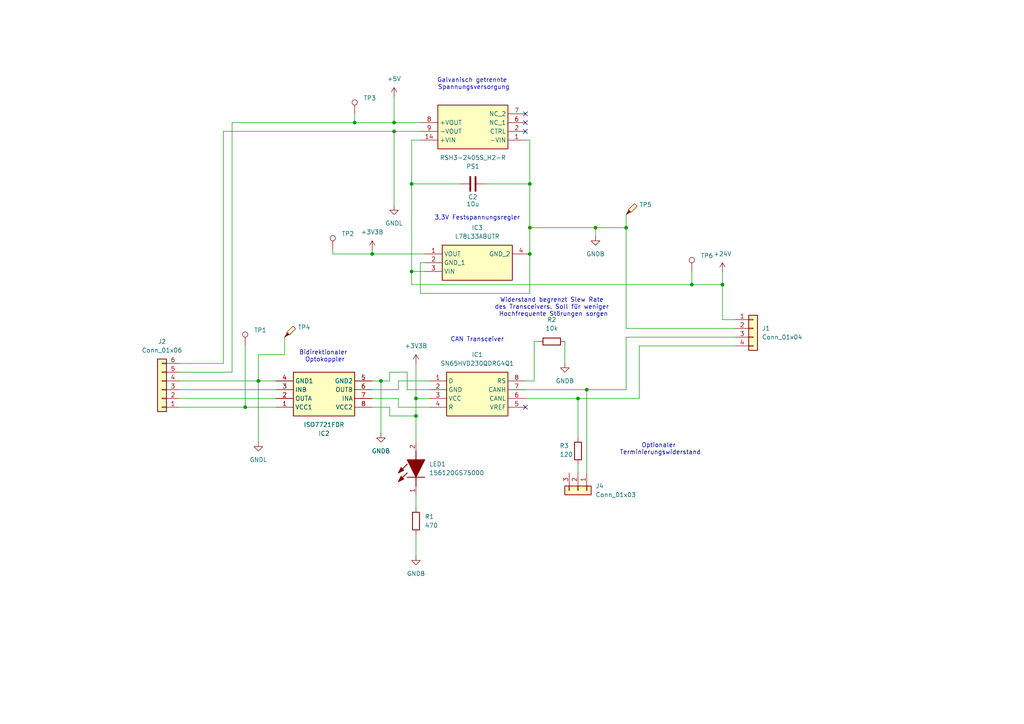
<source format=kicad_sch>
(kicad_sch (version 20231120) (generator "eeschema") (generator_version "8.0")
  (paper "A4")
  (lib_symbols
    (symbol "Connector:TestPoint" (pin_numbers hide) (pin_names (offset 0.762) hide)
      (property "Reference" "TP" (at 0 6.858 0))
      (property "Value" "TestPoint" (at 0 5.08 0))
      (symbol "TestPoint_0_1"
        (circle (center 0 3.302) (radius 0.762))
      )
      (symbol "TestPoint_1_1"
        (pin passive line (at 0 0 90) (length 2.54) (name "1") (number "1"))
      )
    )
    (symbol "Connector:TestPoint_Probe" (pin_numbers hide) (pin_names (offset 0.762) hide)
      (property "Reference" "TP" (at 1.651 5.842 0))
      (property "Value" "TestPoint_Probe" (at 1.651 4.064 0))
      (symbol "TestPoint_Probe_0_1"
        (polyline (pts (xy 1.27 0.762) (xy 0 0) (xy 0.762 1.27) (xy 1.27 0.762)) (fill (type outline)))
        (polyline (pts (xy 1.397 0.635) (xy 0.635 1.397) (xy 2.413 3.175) (xy 3.175 2.413) (xy 1.397 0.635)) (fill (type background)))
      )
      (symbol "TestPoint_Probe_1_1"
        (pin passive line (at 0 0 90) (length 0) (name "1") (number "1"))
      )
    )
    (symbol "Connector_Generic:Conn_01x03" (pin_names (offset 1.016) hide)
      (property "Reference" "J" (at 0 5.08 0))
      (property "Value" "Conn_01x03" (at 0 -5.08 0))
      (symbol "Conn_01x03_1_1"
        (rectangle (start -1.27 -2.413) (end 0 -2.667) (stroke (width 0.1524)))
        (rectangle (start -1.27 0.127) (end 0 -0.127) (stroke (width 0.1524)))
        (rectangle (start -1.27 2.667) (end 0 2.413) (stroke (width 0.1524)))
        (rectangle (start -1.27 3.81) (end 1.27 -3.81) (stroke (width 0.254)) (fill (type background)))
        (pin passive line (at -5.08 2.54 0) (length 3.81) (name "Pin_1") (number "1"))
        (pin passive line (at -5.08 0 0) (length 3.81) (name "Pin_2") (number "2"))
        (pin passive line (at -5.08 -2.54 0) (length 3.81) (name "Pin_3") (number "3"))
      )
    )
    (symbol "Connector_Generic:Conn_01x04" (pin_names (offset 1.016) hide)
      (property "Reference" "J" (at 0 5.08 0))
      (property "Value" "Conn_01x04" (at 0 -7.62 0))
      (symbol "Conn_01x04_1_1"
        (rectangle (start -1.27 -4.953) (end 0 -5.207) (stroke (width 0.1524)))
        (rectangle (start -1.27 -2.413) (end 0 -2.667) (stroke (width 0.1524)))
        (rectangle (start -1.27 0.127) (end 0 -0.127) (stroke (width 0.1524)))
        (rectangle (start -1.27 2.667) (end 0 2.413) (stroke (width 0.1524)))
        (rectangle (start -1.27 3.81) (end 1.27 -6.35) (stroke (width 0.254)) (fill (type background)))
        (pin passive line (at -5.08 2.54 0) (length 3.81) (name "Pin_1") (number "1"))
        (pin passive line (at -5.08 0 0) (length 3.81) (name "Pin_2") (number "2"))
        (pin passive line (at -5.08 -2.54 0) (length 3.81) (name "Pin_3") (number "3"))
        (pin passive line (at -5.08 -5.08 0) (length 3.81) (name "Pin_4") (number "4"))
      )
    )
    (symbol "Connector_Generic:Conn_01x06" (pin_names (offset 1.016) hide)
      (property "Reference" "J" (at 0 7.62 0))
      (property "Value" "Conn_01x06" (at 0 -10.16 0))
      (symbol "Conn_01x06_1_1"
        (rectangle (start -1.27 -7.493) (end 0 -7.747) (stroke (width 0.1524)))
        (rectangle (start -1.27 -4.953) (end 0 -5.207) (stroke (width 0.1524)))
        (rectangle (start -1.27 -2.413) (end 0 -2.667) (stroke (width 0.1524)))
        (rectangle (start -1.27 0.127) (end 0 -0.127) (stroke (width 0.1524)))
        (rectangle (start -1.27 2.667) (end 0 2.413) (stroke (width 0.1524)))
        (rectangle (start -1.27 5.207) (end 0 4.953) (stroke (width 0.1524)))
        (rectangle (start -1.27 6.35) (end 1.27 -8.89) (stroke (width 0.254)) (fill (type background)))
        (pin passive line (at -5.08 5.08 0) (length 3.81) (name "Pin_1") (number "1"))
        (pin passive line (at -5.08 2.54 0) (length 3.81) (name "Pin_2") (number "2"))
        (pin passive line (at -5.08 0 0) (length 3.81) (name "Pin_3") (number "3"))
        (pin passive line (at -5.08 -2.54 0) (length 3.81) (name "Pin_4") (number "4"))
        (pin passive line (at -5.08 -5.08 0) (length 3.81) (name "Pin_5") (number "5"))
        (pin passive line (at -5.08 -7.62 0) (length 3.81) (name "Pin_6") (number "6"))
      )
    )
    (symbol "Device:C" (pin_numbers hide) (pin_names (offset 0.254))
      (property "Reference" "C" (at 0.635 2.54 0))
      (property "Value" "C" (at 0.635 -2.54 0))
      (symbol "C_0_1"
        (polyline (pts (xy -2.032 -0.762) (xy 2.032 -0.762)) (stroke (width 0.508)))
        (polyline (pts (xy -2.032 0.762) (xy 2.032 0.762)) (stroke (width 0.508)))
      )
      (symbol "C_1_1"
        (pin passive line (at 0 3.81 270) (length 2.794) (name "~") (number "1"))
        (pin passive line (at 0 -3.81 90) (length 2.794) (name "~") (number "2"))
      )
    )
    (symbol "Device:R" (pin_numbers hide) (pin_names (offset 0))
      (property "Reference" "R" (at 2.032 0 90))
      (property "Value" "R" (at 0 0 90))
      (symbol "R_0_1"
        (rectangle (start -1.016 -2.54) (end 1.016 2.54) (stroke (width 0.254)))
      )
      (symbol "R_1_1"
        (pin passive line (at 0 3.81 270) (length 1.27) (name "~") (number "1"))
        (pin passive line (at 0 -3.81 90) (length 1.27) (name "~") (number "2"))
      )
    )
    (symbol "SamacSys_Parts:156120GS75000" (pin_names hide)
      (property "Reference" "LED" (at 12.7 8.89 0))
      (property "Value" "156120GS75000" (at 12.7 6.35 0))
      (symbol "156120GS75000_1_1"
        (polyline (pts (xy 2.54 0) (xy 5.08 0)) (stroke (width 0.254)))
        (polyline (pts (xy 5.08 2.54) (xy 5.08 -2.54)) (stroke (width 0.254)))
        (polyline (pts (xy 6.35 2.54) (xy 3.81 5.08)) (stroke (width 0.254)))
        (polyline (pts (xy 8.89 2.54) (xy 6.35 5.08)) (stroke (width 0.254)))
        (polyline (pts (xy 10.16 0) (xy 12.7 0)) (stroke (width 0.254)))
        (polyline (pts (xy 5.08 0) (xy 10.16 2.54) (xy 10.16 -2.54) (xy 5.08 0)) (stroke (width 0.254)) (fill (type outline)))
        (polyline (pts (xy 5.334 4.318) (xy 4.572 3.556) (xy 3.81 5.08) (xy 5.334 4.318)) (stroke (width 0.254)) (fill (type outline)))
        (polyline (pts (xy 7.874 4.318) (xy 7.112 3.556) (xy 6.35 5.08) (xy 7.874 4.318)) (stroke (width 0.254)) (fill (type outline)))
        (pin passive line (at 0 0 0) (length 2.54) (name "K") (number "1"))
        (pin passive line (at 15.24 0 180) (length 2.54) (name "A") (number "2"))
      )
    )
    (symbol "SamacSys_Parts:ISO7721FDR"
      (property "Reference" "IC" (at 24.13 7.62 0))
      (property "Value" "ISO7721FDR" (at 24.13 5.08 0))
      (symbol "ISO7721FDR_1_1"
        (rectangle (start 5.08 2.54) (end 22.86 -10.16) (stroke (width 0.254)) (fill (type background)))
        (pin passive line (at 0 0 0) (length 5.08) (name "VCC1") (number "1"))
        (pin passive line (at 0 -2.54 0) (length 5.08) (name "OUTA") (number "2"))
        (pin passive line (at 0 -5.08 0) (length 5.08) (name "INB") (number "3"))
        (pin passive line (at 0 -7.62 0) (length 5.08) (name "GND1") (number "4"))
        (pin passive line (at 27.94 -7.62 180) (length 5.08) (name "GND2") (number "5"))
        (pin passive line (at 27.94 -5.08 180) (length 5.08) (name "OUTB") (number "6"))
        (pin passive line (at 27.94 -2.54 180) (length 5.08) (name "INA") (number "7"))
        (pin passive line (at 27.94 0 180) (length 5.08) (name "VCC2") (number "8"))
      )
    )
    (symbol "SamacSys_Parts:L78L33ABUTR"
      (property "Reference" "IC" (at 26.67 7.62 0))
      (property "Value" "L78L33ABUTR" (at 26.67 5.08 0))
      (symbol "L78L33ABUTR_1_1"
        (rectangle (start 5.08 2.54) (end 25.4 -7.62) (stroke (width 0.254)) (fill (type background)))
        (pin passive line (at 0 0 0) (length 5.08) (name "VOUT") (number "1"))
        (pin passive line (at 0 -2.54 0) (length 5.08) (name "GND_1") (number "2"))
        (pin passive line (at 0 -5.08 0) (length 5.08) (name "VIN") (number "3"))
        (pin passive line (at 30.48 0 180) (length 5.08) (name "GND_2") (number "4"))
      )
    )
    (symbol "SamacSys_Parts:RSH3-2405S_H2-R"
      (property "Reference" "PS" (at 26.67 7.62 0))
      (property "Value" "RSH3-2405S_H2-R" (at 26.67 5.08 0))
      (symbol "RSH3-2405S_H2-R_1_1"
        (rectangle (start 5.08 2.54) (end 25.4 -10.16) (stroke (width 0.254)) (fill (type background)))
        (pin passive line (at 0 0 0) (length 5.08) (name "-VIN") (number "1"))
        (pin passive line (at 30.48 0 180) (length 5.08) (name "+VIN") (number "14"))
        (pin passive line (at 0 -2.54 0) (length 5.08) (name "CTRL") (number "2"))
        (pin passive line (at 0 -5.08 0) (length 5.08) (name "NC_1") (number "6"))
        (pin passive line (at 0 -7.62 0) (length 5.08) (name "NC_2") (number "7"))
        (pin passive line (at 30.48 -5.08 180) (length 5.08) (name "+VOUT") (number "8"))
        (pin passive line (at 30.48 -2.54 180) (length 5.08) (name "-VOUT") (number "9"))
      )
    )
    (symbol "SamacSys_Parts:SN65HVD230QDRG4Q1"
      (property "Reference" "IC" (at 24.13 7.62 0))
      (property "Value" "SN65HVD230QDRG4Q1" (at 24.13 5.08 0))
      (symbol "SN65HVD230QDRG4Q1_1_1"
        (rectangle (start 5.08 2.54) (end 22.86 -10.16) (stroke (width 0.254)) (fill (type background)))
        (pin passive line (at 0 0 0) (length 5.08) (name "D") (number "1"))
        (pin passive line (at 0 -2.54 0) (length 5.08) (name "GND") (number "2"))
        (pin passive line (at 0 -5.08 0) (length 5.08) (name "VCC") (number "3"))
        (pin passive line (at 0 -7.62 0) (length 5.08) (name "R") (number "4"))
        (pin passive line (at 27.94 -7.62 180) (length 5.08) (name "VREF") (number "5"))
        (pin passive line (at 27.94 -5.08 180) (length 5.08) (name "CANL") (number "6"))
        (pin passive line (at 27.94 -2.54 180) (length 5.08) (name "CANH") (number "7"))
        (pin passive line (at 27.94 0 180) (length 5.08) (name "RS") (number "8"))
      )
    )
    (symbol "power:+24V" (power) (pin_numbers hide) (pin_names (offset 0) hide)
      (property "Value" "+24V" (at 0 3.556 0))
      (symbol "+24V_0_1"
        (polyline (pts (xy -0.762 1.27) (xy 0 2.54)))
        (polyline (pts (xy 0 0) (xy 0 2.54)))
        (polyline (pts (xy 0 2.54) (xy 0.762 1.27)))
      )
      (symbol "+24V_1_1"
        (pin power_in line (at 0 0 90) (length 0) (name "~") (number "1"))
      )
    )
    (symbol "power:+3V3" (power) (pin_numbers hide) (pin_names (offset 0) hide)
      (property "Value" "+3V3" (at 0 3.556 0))
      (symbol "+3V3_0_1"
        (polyline (pts (xy -0.762 1.27) (xy 0 2.54)))
        (polyline (pts (xy 0 0) (xy 0 2.54)))
        (polyline (pts (xy 0 2.54) (xy 0.762 1.27)))
      )
      (symbol "+3V3_1_1"
        (pin power_in line (at 0 0 90) (length 0) (name "~") (number "1"))
      )
    )
    (symbol "power:+5V" (power) (pin_numbers hide) (pin_names (offset 0) hide)
      (property "Value" "+5V" (at 0 3.556 0))
      (symbol "+5V_0_1"
        (polyline (pts (xy -0.762 1.27) (xy 0 2.54)))
        (polyline (pts (xy 0 0) (xy 0 2.54)))
        (polyline (pts (xy 0 2.54) (xy 0.762 1.27)))
      )
      (symbol "+5V_1_1"
        (pin power_in line (at 0 0 90) (length 0) (name "~") (number "1"))
      )
    )
    (symbol "power:GND" (power) (pin_numbers hide) (pin_names (offset 0) hide)
      (property "Value" "GND" (at 0 -3.81 0))
      (symbol "GND_0_1"
        (polyline (pts (xy 0 0) (xy 0 -1.27) (xy 1.27 -1.27) (xy 0 -2.54) (xy -1.27 -1.27) (xy 0 -1.27)))
      )
      (symbol "GND_1_1"
        (pin power_in line (at 0 0 270) (length 0) (name "~") (number "1"))
      )
    )
  )
  (junction (at 114.3 35.56))
  (junction (at 181.61 66.04))
  (junction (at 172.72 66.04))
  (junction (at 167.64 115.57))
  (junction (at 200.66 82.55))
  (junction (at 153.67 66.04))
  (junction (at 110.49 110.49))
  (junction (at 120.65 115.57))
  (junction (at 74.93 110.49))
  (junction (at 209.55 82.55))
  (junction (at 114.3 38.1))
  (junction (at 107.95 73.66))
  (junction (at 119.38 78.74))
  (junction (at 153.67 53.34))
  (junction (at 120.65 120.65))
  (junction (at 153.67 73.66))
  (junction (at 119.38 53.34))
  (junction (at 170.18 113.03))
  (junction (at 71.12 118.11))
  (junction (at 102.87 35.56))
  (no_connect (at 152.4 35.56))
  (no_connect (at 152.4 38.1))
  (no_connect (at 152.4 33.02))
  (no_connect (at 152.4 118.11))
  (wire (pts (xy 152.4 113.03) (xy 170.18 113.03)))
  (wire (pts (xy 119.38 78.74) (xy 123.19 78.74)))
  (wire (pts (xy 124.46 113.03) (xy 118.11 113.03)))
  (wire (pts (xy 153.67 66.04) (xy 172.72 66.04)))
  (wire (pts (xy 167.64 115.57) (xy 167.64 127)))
  (wire (pts (xy 110.49 110.49) (xy 110.49 125.73)))
  (wire (pts (xy 118.11 107.95) (xy 113.03 107.95)))
  (wire (pts (xy 120.65 105.41) (xy 120.65 115.57)))
  (wire (pts (xy 181.61 62.23) (xy 181.61 66.04)))
  (wire (pts (xy 167.64 115.57) (xy 185.42 115.57)))
  (wire (pts (xy 96.52 72.39) (xy 96.52 73.66)))
  (wire (pts (xy 124.46 118.11) (xy 115.57 118.11)))
  (wire (pts (xy 102.87 33.02) (xy 102.87 35.56)))
  (wire (pts (xy 185.42 115.57) (xy 185.42 100.33)))
  (wire (pts (xy 120.65 115.57) (xy 120.65 120.65)))
  (wire (pts (xy 74.93 110.49) (xy 74.93 128.27)))
  (wire (pts (xy 64.77 38.1) (xy 64.77 105.41)))
  (wire (pts (xy 120.65 143.51) (xy 120.65 147.32)))
  (wire (pts (xy 114.3 27.94) (xy 114.3 35.56)))
  (wire (pts (xy 153.67 85.09) (xy 153.67 73.66)))
  (wire (pts (xy 114.3 38.1) (xy 64.77 38.1)))
  (wire (pts (xy 52.07 110.49) (xy 74.93 110.49)))
  (wire (pts (xy 119.38 40.64) (xy 119.38 53.34)))
  (wire (pts (xy 209.55 82.55) (xy 209.55 92.71)))
  (wire (pts (xy 170.18 113.03) (xy 170.18 137.16)))
  (wire (pts (xy 74.93 102.87) (xy 82.55 102.87)))
  (wire (pts (xy 121.92 76.2) (xy 121.92 85.09)))
  (wire (pts (xy 52.07 115.57) (xy 80.01 115.57)))
  (wire (pts (xy 121.92 76.2) (xy 123.19 76.2)))
  (wire (pts (xy 120.65 154.94) (xy 120.65 161.29)))
  (wire (pts (xy 114.3 35.56) (xy 102.87 35.56)))
  (wire (pts (xy 74.93 110.49) (xy 74.93 102.87)))
  (wire (pts (xy 113.03 107.95) (xy 113.03 110.49)))
  (wire (pts (xy 185.42 100.33) (xy 213.36 100.33)))
  (wire (pts (xy 172.72 66.04) (xy 172.72 68.58)))
  (wire (pts (xy 120.65 120.65) (xy 120.65 128.27)))
  (wire (pts (xy 213.36 95.25) (xy 181.61 95.25)))
  (wire (pts (xy 52.07 113.03) (xy 80.01 113.03)))
  (wire (pts (xy 82.55 102.87) (xy 82.55 97.79)))
  (wire (pts (xy 181.61 97.79) (xy 213.36 97.79)))
  (wire (pts (xy 67.31 35.56) (xy 67.31 107.95)))
  (wire (pts (xy 119.38 53.34) (xy 133.35 53.34)))
  (wire (pts (xy 200.66 82.55) (xy 209.55 82.55)))
  (wire (pts (xy 67.31 107.95) (xy 52.07 107.95)))
  (wire (pts (xy 121.92 35.56) (xy 114.3 35.56)))
  (wire (pts (xy 110.49 110.49) (xy 107.95 110.49)))
  (wire (pts (xy 121.92 38.1) (xy 114.3 38.1)))
  (wire (pts (xy 200.66 78.74) (xy 200.66 82.55)))
  (wire (pts (xy 64.77 105.41) (xy 52.07 105.41)))
  (wire (pts (xy 163.83 99.06) (xy 163.83 105.41)))
  (wire (pts (xy 152.4 115.57) (xy 167.64 115.57)))
  (wire (pts (xy 107.95 72.39) (xy 107.95 73.66)))
  (wire (pts (xy 154.94 99.06) (xy 154.94 110.49)))
  (wire (pts (xy 119.38 40.64) (xy 121.92 40.64)))
  (wire (pts (xy 153.67 40.64) (xy 152.4 40.64)))
  (wire (pts (xy 167.64 134.62) (xy 167.64 137.16)))
  (wire (pts (xy 71.12 100.33) (xy 71.12 118.11)))
  (wire (pts (xy 153.67 40.64) (xy 153.67 53.34)))
  (wire (pts (xy 123.19 73.66) (xy 107.95 73.66)))
  (wire (pts (xy 107.95 113.03) (xy 115.57 113.03)))
  (wire (pts (xy 115.57 118.11) (xy 115.57 115.57)))
  (wire (pts (xy 120.65 115.57) (xy 124.46 115.57)))
  (wire (pts (xy 114.3 38.1) (xy 114.3 59.69)))
  (wire (pts (xy 119.38 53.34) (xy 119.38 78.74)))
  (wire (pts (xy 119.38 78.74) (xy 119.38 82.55)))
  (wire (pts (xy 154.94 99.06) (xy 156.21 99.06)))
  (wire (pts (xy 140.97 53.34) (xy 153.67 53.34)))
  (wire (pts (xy 115.57 110.49) (xy 124.46 110.49)))
  (wire (pts (xy 96.52 73.66) (xy 107.95 73.66)))
  (wire (pts (xy 209.55 78.74) (xy 209.55 82.55)))
  (wire (pts (xy 107.95 118.11) (xy 113.03 118.11)))
  (wire (pts (xy 154.94 110.49) (xy 152.4 110.49)))
  (wire (pts (xy 113.03 110.49) (xy 110.49 110.49)))
  (wire (pts (xy 119.38 82.55) (xy 200.66 82.55)))
  (wire (pts (xy 181.61 95.25) (xy 181.61 66.04)))
  (wire (pts (xy 74.93 110.49) (xy 80.01 110.49)))
  (wire (pts (xy 113.03 118.11) (xy 113.03 120.65)))
  (wire (pts (xy 153.67 66.04) (xy 153.67 73.66)))
  (wire (pts (xy 118.11 113.03) (xy 118.11 107.95)))
  (wire (pts (xy 181.61 66.04) (xy 172.72 66.04)))
  (wire (pts (xy 181.61 113.03) (xy 181.61 97.79)))
  (wire (pts (xy 170.18 113.03) (xy 181.61 113.03)))
  (wire (pts (xy 102.87 35.56) (xy 67.31 35.56)))
  (wire (pts (xy 52.07 118.11) (xy 71.12 118.11)))
  (wire (pts (xy 113.03 120.65) (xy 120.65 120.65)))
  (wire (pts (xy 71.12 118.11) (xy 80.01 118.11)))
  (wire (pts (xy 115.57 113.03) (xy 115.57 110.49)))
  (wire (pts (xy 153.67 53.34) (xy 153.67 66.04)))
  (wire (pts (xy 213.36 92.71) (xy 209.55 92.71)))
  (wire (pts (xy 121.92 85.09) (xy 153.67 85.09)))
  (wire (pts (xy 115.57 115.57) (xy 107.95 115.57)))
  (text "Bidirektionaler \nOptokoppler" (at 94.234 103.378 0) (effects (font (size 1.27 1.27))))
  (text "Galvanisch getrennte \nSpannungsversorgung" (at 137.414 24.384 0) (effects (font (size 1.27 1.27))))
  (text "CAN Transceiver" (at 138.43 98.552 0) (effects (font (size 1.27 1.27))))
  (text "Widerstand begrenzt Slew Rate \ndes Transceivers. Soll für weniger \nHochfrequente Störungen sorgen" (at 160.528 89.154 0) (effects (font (size 1.27 1.27))))
  (text "Optionaler \nTerminierungswiderstand" (at 191.516 130.302 0) (effects (font (size 1.27 1.27))))
  (text "3,3V Festspannungsregler" (at 138.43 63.246 0) (effects (font (size 1.27 1.27))))
  (symbol (lib_id "power:+3V3") (at 120.65 105.41 0) (unit 1)
    (property "Reference" "#PWR09" (effects (hide yes)))
    (property "Value" "+3V3B" (at 120.65 100.33 0))
    (property "Description" "Power symbol creates a global label with name \"+3V3\"" (effects (hide yes)))
  )
  (symbol (lib_id "power:+3V3") (at 107.95 72.39 0) (unit 1)
    (property "Reference" "#PWR03" (effects (hide yes)))
    (property "Value" "+3V3B" (at 107.95 67.31 0))
    (property "Description" "Power symbol creates a global label with name \"+3V3\"" (effects (hide yes)))
  )
  (symbol (lib_id "Connector:TestPoint_Probe") (at 181.61 62.23 0) (unit 1)
    (property "Reference" "TP5" (at 185.42 59.3724 0) (effects (justify left)))
    (property "Value" "TestPoint_Probe" (effects (hide yes)))
    (property "Footprint" "TestPoint:TestPoint_Keystone_5000-5004_Miniature" (effects (hide yes)))
    (property "Description" "test point (alternative probe-style design)" (effects (hide yes)))
    (property "Manufacturer_Name" "Keystone Electronics " (effects (hide yes)))
    (property "Manufacturer_Part_Number" "5001 " (effects (hide yes)))
    (property "Mouser Part Number" "534-5001 " (effects (hide yes)))
  )
  (symbol (lib_id "Connector:TestPoint") (at 200.66 78.74 0) (unit 1)
    (property "Reference" "TP6" (at 203.2 74.1679 0) (effects (justify left)))
    (property "Value" "TestPoint" (effects (hide yes)))
    (property "Footprint" "TestPoint:TestPoint_Pad_D2.0mm" (effects (hide yes)))
    (property "Description" "test point" (effects (hide yes)))
  )
  (symbol (lib_id "SamacSys_Parts:ISO7721FDR") (at 80.01 118.11 0) (mirror x) (unit 1)
    (property "Reference" "IC2" (at 93.98 125.73 0))
    (property "Value" "ISO7721FDR" (at 93.98 123.19 0))
    (property "Footprint" "SamacSys_Parts:SOIC127P600X175-8N" (effects (hide yes)))
    (property "Datasheet" "http://www.ti.com/lit/gpn/iso7721" (effects (hide yes)))
    (property "Description" "High Speed, Robust EMC Reinforced Dual-Channel Digital Isolator" (effects (hide yes)))
    (property "Height" "1.75" (effects (hide yes)))
    (property "Mouser Part Number" "595-ISO7721FDR" (effects (hide yes)))
    (property "Mouser Price/Stock" "https://www.mouser.co.uk/ProductDetail/Texas-Instruments/ISO7721FDR?qs=0C8XhJW8e4q%2Fbyy%252BjjA6jQ%3D%3D" (effects (hide yes)))
    (property "Manufacturer_Name" "Texas Instruments" (effects (hide yes)))
    (property "Manufacturer_Part_Number" "ISO7721FDR" (effects (hide yes)))
  )
  (symbol (lib_id "SamacSys_Parts:SN65HVD230QDRG4Q1") (at 124.46 110.49 0) (unit 1)
    (property "Reference" "IC1" (at 138.43 102.87 0))
    (property "Value" "SN65HVD230QDRG4Q1" (at 138.43 105.41 0))
    (property "Footprint" "SamacSys_Parts:SOIC127P600X175-8N" (effects (hide yes)))
    (property "Datasheet" "http://www.ti.com/general/docs/suppproductinfo.tsp?distId=10&gotoUrl=http%3A%2F%2Fwww.ti.com%2Flit%2Fgpn%2Fsn65hvd230q-q1" (effects (hide yes)))
    (property "Description" "Automotive Catalog 3.3-V CAN Transceiver" (effects (hide yes)))
    (property "Height" "1.75" (effects (hide yes)))
    (property "Mouser Part Number" "595-S65HVD230QDRG4Q1" (effects (hide yes)))
    (property "Mouser Price/Stock" "https://www.mouser.co.uk/ProductDetail/Texas-Instruments/SN65HVD230QDRG4Q1?qs=pZC5fsuWujFPbC0sa1rjKA%3D%3D" (effects (hide yes)))
    (property "Manufacturer_Name" "Texas Instruments" (effects (hide yes)))
    (property "Manufacturer_Part_Number" "SN65HVD230QDRG4Q1" (effects (hide yes)))
  )
  (symbol (lib_id "Connector:TestPoint") (at 102.87 33.02 0) (unit 1)
    (property "Reference" "TP3" (at 105.41 28.4479 0) (effects (justify left)))
    (property "Value" "TestPoint" (effects (hide yes)))
    (property "Footprint" "TestPoint:TestPoint_Pad_D2.0mm" (effects (hide yes)))
    (property "Description" "test point" (effects (hide yes)))
  )
  (symbol (lib_id "Connector:TestPoint") (at 96.52 72.39 0) (unit 1)
    (property "Reference" "TP2" (at 99.06 67.8179 0) (effects (justify left)))
    (property "Value" "TestPoint" (effects (hide yes)))
    (property "Footprint" "TestPoint:TestPoint_Pad_D2.0mm" (effects (hide yes)))
    (property "Description" "test point" (effects (hide yes)))
  )
  (symbol (lib_id "Device:R") (at 120.65 151.13 0) (unit 1)
    (property "Reference" "R1" (at 123.19 149.8599 0) (effects (justify left)))
    (property "Value" "470" (at 123.19 152.3999 0) (effects (justify left)))
    (property "Footprint" "Resistor_SMD:R_1206_3216Metric" (effects (hide yes)))
    (property "Description" "Resistor" (effects (hide yes)))
    (property "Manufacturer_Name" "YAGEO " (effects (hide yes)))
    (property "Manufacturer_Part_Number" "AC1206FR-07470RL " (effects (hide yes)))
    (property "Mouser Part Number" "603-AC1206FR-07470RL " (effects (hide yes)))
  )
  (symbol (lib_id "power:GND") (at 74.93 128.27 0) (unit 1)
    (property "Reference" "#PWR05" (effects (hide yes)))
    (property "Value" "GNDL" (at 74.93 133.35 0))
    (property "Description" "Power symbol creates a global label with name \"GND\" , ground" (effects (hide yes)))
  )
  (symbol (lib_id "Connector:TestPoint_Probe") (at 82.55 97.79 0) (unit 1)
    (property "Reference" "TP4" (at 86.36 94.9324 0) (effects (justify left)))
    (property "Value" "TestPoint_Probe" (effects (hide yes)))
    (property "Footprint" "TestPoint:TestPoint_Keystone_5000-5004_Miniature" (effects (hide yes)))
    (property "Description" "test point (alternative probe-style design)" (effects (hide yes)))
    (property "Manufacturer_Name" "Keystone Electronics " (effects (hide yes)))
    (property "Manufacturer_Part_Number" "5001 " (effects (hide yes)))
    (property "Mouser Part Number" "534-5001 " (effects (hide yes)))
  )
  (symbol (lib_id "SamacSys_Parts:RSH3-2405S_H2-R") (at 152.4 40.64 180) (unit 1)
    (property "Reference" "PS1" (at 137.16 48.26 0))
    (property "Value" "RSH3-2405S_H2-R" (at 137.16 45.72 0))
    (property "Footprint" "SamacSys_Parts:RSH32405SH2R" (effects (hide yes)))
    (property "Datasheet" "https://recom-power.com/pdf/Econoline/RSH3.pdf" (effects (hide yes)))
    (property "Description" "3W DC/DC-Converter \\'ECONOLINE\\' SMD DIP14 2kV reg" (effects (hide yes)))
    (property "Height" "9.2" (effects (hide yes)))
    (property "Mouser Part Number" "919-RSH3-2405S/H2-R" (effects (hide yes)))
    (property "Mouser Price/Stock" "https://www.mouser.co.uk/ProductDetail/RECOM-Power/RSH3-2405S-H2-R?qs=By6Nw2ByBD12Whjw%252BfeCyA%3D%3D" (effects (hide yes)))
    (property "Manufacturer_Name" "RECOM Power" (effects (hide yes)))
    (property "Manufacturer_Part_Number" "RSH3-2405S/H2-R" (effects (hide yes)))
  )
  (symbol (lib_id "power:GND") (at 120.65 161.29 0) (unit 1)
    (property "Reference" "#PWR01" (effects (hide yes)))
    (property "Value" "GNDB" (at 120.65 166.37 0))
    (property "Description" "Power symbol creates a global label with name \"GND\" , ground" (effects (hide yes)))
  )
  (symbol (lib_id "power:GND") (at 114.3 59.69 0) (unit 1)
    (property "Reference" "#PWR04" (effects (hide yes)))
    (property "Value" "GNDL" (at 114.3 64.77 0))
    (property "Description" "Power symbol creates a global label with name \"GND\" , ground" (effects (hide yes)))
  )
  (symbol (lib_id "Connector_Generic:Conn_01x04") (at 218.44 95.25 0) (unit 1)
    (property "Reference" "J1" (at 220.98 95.2499 0) (effects (justify left)))
    (property "Value" "Conn_01x04" (at 220.98 97.7899 0) (effects (justify left)))
    (property "Footprint" "Connector_PinHeader_2.54mm:PinHeader_1x04_P2.54mm_Vertical" (effects (hide yes)))
    (property "Description" "Generic connector, single row, 01x04, script generated (kicad-library-utils/schlib/autogen/connector/)" (effects (hide yes)))
  )
  (symbol (lib_id "Connector_Generic:Conn_01x03") (at 167.64 142.24 270) (unit 1)
    (property "Reference" "J4" (at 172.72 140.9699 90) (effects (justify left)))
    (property "Value" "Conn_01x03" (at 172.72 143.5099 90) (effects (justify left)))
    (property "Footprint" "Connector_PinHeader_2.54mm:PinHeader_1x03_P2.54mm_Vertical" (effects (hide yes)))
    (property "Description" "Generic connector, single row, 01x03, script generated (kicad-library-utils/schlib/autogen/connector/)" (effects (hide yes)))
  )
  (symbol (lib_id "Device:R") (at 167.64 130.81 180) (unit 1)
    (property "Reference" "R3" (at 162.306 129.286 0) (effects (justify right)))
    (property "Value" "120" (at 162.306 131.826 0) (effects (justify right)))
    (property "Footprint" "Resistor_SMD:R_1206_3216Metric" (effects (hide yes)))
    (property "Description" "Resistor" (effects (hide yes)))
    (property "Manufacturer_Name" "YAGEO " (effects (hide yes)))
    (property "Manufacturer_Part_Number" "RE1206FRE07120RL " (effects (hide yes)))
    (property "Mouser Part Number" "603-RE1206FRE07120RL " (effects (hide yes)))
  )
  (symbol (lib_id "Device:C") (at 137.16 53.34 90) (unit 1)
    (property "Reference" "C2" (at 137.16 57.15 90))
    (property "Value" "10u" (at 137.16 59.182 90))
    (property "Footprint" "Capacitor_SMD:C_1206_3216Metric" (effects (hide yes)))
    (property "Description" "Unpolarized capacitor" (effects (hide yes)))
    (property "Manufacturer_Name" "Samsung Electro-Mechanics " (effects (hide yes)))
    (property "Manufacturer_Part_Number" "CL31A106KBHNNNE " (effects (hide yes)))
    (property "Mouser Part Number" "187-CL31A106KBHNNNE " (effects (hide yes)))
  )
  (symbol (lib_id "power:+24V") (at 209.55 78.74 0) (unit 1)
    (property "Reference" "#PWR06" (effects (hide yes)))
    (property "Value" "+24V" (at 209.55 73.66 0))
    (property "Description" "Power symbol creates a global label with name \"+24V\"" (effects (hide yes)))
  )
  (symbol (lib_id "Device:R") (at 160.02 99.06 90) (unit 1)
    (property "Reference" "R2" (at 160.02 92.71 90))
    (property "Value" "10k" (at 160.02 95.25 90))
    (property "Footprint" "Resistor_SMD:R_1206_3216Metric" (effects (hide yes)))
    (property "Description" "Resistor" (effects (hide yes)))
    (property "Manufacturer_Name" "YAGEO " (effects (hide yes)))
    (property "Manufacturer_Part_Number" "RC1206FR-1310KL " (effects (hide yes)))
    (property "Mouser Part Number" "603-RC1206FR-1310KL " (effects (hide yes)))
  )
  (symbol (lib_id "power:GND") (at 163.83 105.41 0) (unit 1)
    (property "Reference" "#PWR08" (effects (hide yes)))
    (property "Value" "GNDB" (at 163.83 110.49 0))
    (property "Description" "Power symbol creates a global label with name \"GND\" , ground" (effects (hide yes)))
  )
  (symbol (lib_id "power:GND") (at 172.72 68.58 0) (unit 1)
    (property "Reference" "#PWR02" (effects (hide yes)))
    (property "Value" "GNDB" (at 172.72 73.66 0))
    (property "Description" "Power symbol creates a global label with name \"GND\" , ground" (effects (hide yes)))
  )
  (symbol (lib_id "power:+5V") (at 114.3 27.94 0) (unit 1)
    (property "Reference" "#PWR07" (effects (hide yes)))
    (property "Value" "+5V" (at 114.3 22.86 0))
    (property "Description" "Power symbol creates a global label with name \"+5V\"" (effects (hide yes)))
  )
  (symbol (lib_id "Connector_Generic:Conn_01x06") (at 46.99 113.03 180) (unit 1)
    (property "Reference" "J2" (at 46.99 99.06 0))
    (property "Value" "Conn_01x06" (at 46.99 101.6 0))
    (property "Footprint" "Connector_PinHeader_2.54mm:PinHeader_1x06_P2.54mm_Vertical" (effects (hide yes)))
    (property "Description" "Generic connector, single row, 01x06, script generated (kicad-library-utils/schlib/autogen/connector/)" (effects (hide yes)))
  )
  (symbol (lib_id "power:GND") (at 110.49 125.73 0) (unit 1)
    (property "Reference" "#PWR010" (effects (hide yes)))
    (property "Value" "GNDB" (at 110.49 130.81 0))
    (property "Description" "Power symbol creates a global label with name \"GND\" , ground" (effects (hide yes)))
  )
  (symbol (lib_id "SamacSys_Parts:156120GS75000") (at 120.65 143.51 90) (unit 1)
    (property "Reference" "LED1" (at 124.46 134.6199 90) (effects (justify right)))
    (property "Value" "156120GS75000" (at 124.46 137.1599 90) (effects (justify right)))
    (property "Footprint" "SamacSys_Parts:156120GS75000" (effects (hide yes)))
    (property "Datasheet" "https://www.we-online.com/katalog/datasheet/156120GS75000.pdf" (effects (hide yes)))
    (property "Description" "WURTH ELEKTRONIK - 156120GS75000 - LED, Reverse Mount, Rectangular, Green, SMD, 25 mA, 3.3 V, 525 nm" (effects (hide yes)))
    (property "Height" "1.3" (effects (hide yes)))
    (property "Mouser Part Number" "710-156120GS75000" (effects (hide yes)))
    (property "Mouser Price/Stock" "https://www.mouser.co.uk/ProductDetail/Wurth-Elektronik/156120GS75000?qs=LlUlMxKIyB2C7it69rl%252BWQ%3D%3D" (effects (hide yes)))
    (property "Manufacturer_Name" "Wurth Elektronik" (effects (hide yes)))
    (property "Manufacturer_Part_Number" "156120GS75000" (effects (hide yes)))
  )
  (symbol (lib_id "SamacSys_Parts:L78L33ABUTR") (at 123.19 73.66 0) (unit 1)
    (property "Reference" "IC3" (at 138.43 66.04 0))
    (property "Value" "L78L33ABUTR" (at 138.43 68.58 0))
    (property "Footprint" "SamacSys_Parts:L78L33ABUTR" (effects (hide yes)))
    (property "Datasheet" "https://www.st.com/resource/en/datasheet/l78l.pdf" (effects (hide yes)))
    (property "Description" "Linear Voltage Regulators 3.3V 0.1A Positive" (effects (hide yes)))
    (property "Height" "1.6" (effects (hide yes)))
    (property "Mouser Part Number" "511-L78L33ABU-TR" (effects (hide yes)))
    (property "Mouser Price/Stock" "https://www.mouser.co.uk/ProductDetail/STMicroelectronics/L78L33ABUTR?qs=PnCBpldbqFTdngPnlIvZbQ%3D%3D" (effects (hide yes)))
    (property "Manufacturer_Name" "STMicroelectronics" (effects (hide yes)))
    (property "Manufacturer_Part_Number" "L78L33ABUTR" (effects (hide yes)))
  )
  (symbol (lib_id "Connector:TestPoint") (at 71.12 100.33 0) (unit 1)
    (property "Reference" "TP1" (at 73.66 95.7579 0) (effects (justify left)))
    (property "Value" "TestPoint" (effects (hide yes)))
    (property "Footprint" "TestPoint:TestPoint_Pad_D2.0mm" (effects (hide yes)))
    (property "Description" "test point" (effects (hide yes)))
  )
)
</source>
